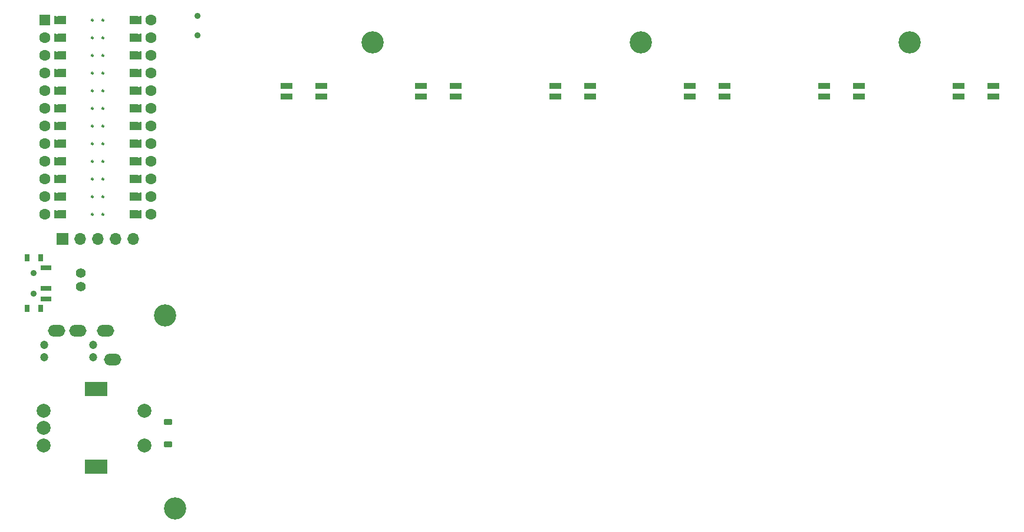
<source format=gts>
G04 #@! TF.GenerationSoftware,KiCad,Pcbnew,7.0.8*
G04 #@! TF.CreationDate,2023-10-17T17:27:17-07:00*
G04 #@! TF.ProjectId,Seismos_CoreR,53656973-6d6f-4735-9f43-6f7265522e6b,rev?*
G04 #@! TF.SameCoordinates,Original*
G04 #@! TF.FileFunction,Soldermask,Top*
G04 #@! TF.FilePolarity,Negative*
%FSLAX46Y46*%
G04 Gerber Fmt 4.6, Leading zero omitted, Abs format (unit mm)*
G04 Created by KiCad (PCBNEW 7.0.8) date 2023-10-17 17:27:17*
%MOMM*%
%LPD*%
G01*
G04 APERTURE LIST*
G04 Aperture macros list*
%AMRoundRect*
0 Rectangle with rounded corners*
0 $1 Rounding radius*
0 $2 $3 $4 $5 $6 $7 $8 $9 X,Y pos of 4 corners*
0 Add a 4 corners polygon primitive as box body*
4,1,4,$2,$3,$4,$5,$6,$7,$8,$9,$2,$3,0*
0 Add four circle primitives for the rounded corners*
1,1,$1+$1,$2,$3*
1,1,$1+$1,$4,$5*
1,1,$1+$1,$6,$7*
1,1,$1+$1,$8,$9*
0 Add four rect primitives between the rounded corners*
20,1,$1+$1,$2,$3,$4,$5,0*
20,1,$1+$1,$4,$5,$6,$7,0*
20,1,$1+$1,$6,$7,$8,$9,0*
20,1,$1+$1,$8,$9,$2,$3,0*%
%AMFreePoly0*
4,1,6,0.600000,0.200000,0.000000,-0.400000,-0.600000,0.200000,-0.600000,0.400000,0.600000,0.400000,0.600000,0.200000,0.600000,0.200000,$1*%
%AMFreePoly1*
4,1,6,0.600000,-0.250000,-0.600000,-0.250000,-0.600000,1.000000,0.000000,0.400000,0.600000,1.000000,0.600000,-0.250000,0.600000,-0.250000,$1*%
G04 Aperture macros list end*
%ADD10C,0.250000*%
%ADD11C,0.100000*%
%ADD12C,3.200000*%
%ADD13C,2.000000*%
%ADD14R,3.200000X2.000000*%
%ADD15C,1.200000*%
%ADD16O,2.500000X1.700000*%
%ADD17R,1.700000X1.700000*%
%ADD18O,1.700000X1.700000*%
%ADD19C,0.900000*%
%ADD20R,1.500000X0.700000*%
%ADD21R,0.800000X1.000000*%
%ADD22C,1.400000*%
%ADD23C,1.600000*%
%ADD24FreePoly0,270.000000*%
%ADD25FreePoly0,90.000000*%
%ADD26R,1.600000X1.600000*%
%ADD27FreePoly1,270.000000*%
%ADD28FreePoly1,90.000000*%
%ADD29RoundRect,0.225000X-0.375000X0.225000X-0.375000X-0.225000X0.375000X-0.225000X0.375000X0.225000X0*%
%ADD30R,1.803400X0.812800*%
G04 APERTURE END LIST*
D10*
X42237000Y-22286000D02*
G75*
G03*
X42237000Y-22286000I-125000J0D01*
G01*
X40713000Y-22286000D02*
G75*
G03*
X40713000Y-22286000I-125000J0D01*
G01*
X42237000Y-24826000D02*
G75*
G03*
X42237000Y-24826000I-125000J0D01*
G01*
X40713000Y-24826000D02*
G75*
G03*
X40713000Y-24826000I-125000J0D01*
G01*
X42237000Y-27366000D02*
G75*
G03*
X42237000Y-27366000I-125000J0D01*
G01*
X40713000Y-27366000D02*
G75*
G03*
X40713000Y-27366000I-125000J0D01*
G01*
X42237000Y-29906000D02*
G75*
G03*
X42237000Y-29906000I-125000J0D01*
G01*
X40713000Y-29906000D02*
G75*
G03*
X40713000Y-29906000I-125000J0D01*
G01*
X42237000Y-32446000D02*
G75*
G03*
X42237000Y-32446000I-125000J0D01*
G01*
X40713000Y-32446000D02*
G75*
G03*
X40713000Y-32446000I-125000J0D01*
G01*
X42237000Y-34986000D02*
G75*
G03*
X42237000Y-34986000I-125000J0D01*
G01*
X40713000Y-34986000D02*
G75*
G03*
X40713000Y-34986000I-125000J0D01*
G01*
X42237000Y-37526000D02*
G75*
G03*
X42237000Y-37526000I-125000J0D01*
G01*
X40713000Y-37526000D02*
G75*
G03*
X40713000Y-37526000I-125000J0D01*
G01*
X42237000Y-40066000D02*
G75*
G03*
X42237000Y-40066000I-125000J0D01*
G01*
X40713000Y-40066000D02*
G75*
G03*
X40713000Y-40066000I-125000J0D01*
G01*
X42237000Y-42606000D02*
G75*
G03*
X42237000Y-42606000I-125000J0D01*
G01*
X40713000Y-42606000D02*
G75*
G03*
X40713000Y-42606000I-125000J0D01*
G01*
X42237000Y-45146000D02*
G75*
G03*
X42237000Y-45146000I-125000J0D01*
G01*
X40713000Y-45146000D02*
G75*
G03*
X40713000Y-45146000I-125000J0D01*
G01*
X42237000Y-47686000D02*
G75*
G03*
X42237000Y-47686000I-125000J0D01*
G01*
X40713000Y-47686000D02*
G75*
G03*
X40713000Y-47686000I-125000J0D01*
G01*
X42237000Y-50226000D02*
G75*
G03*
X42237000Y-50226000I-125000J0D01*
G01*
X40713000Y-50226000D02*
G75*
G03*
X40713000Y-50226000I-125000J0D01*
G01*
D11*
X36270000Y-22794000D02*
X35254000Y-22794000D01*
X35254000Y-21778000D01*
X36270000Y-21778000D01*
X36270000Y-22794000D01*
G36*
X36270000Y-22794000D02*
G01*
X35254000Y-22794000D01*
X35254000Y-21778000D01*
X36270000Y-21778000D01*
X36270000Y-22794000D01*
G37*
X47446000Y-22794000D02*
X46430000Y-22794000D01*
X46430000Y-21778000D01*
X47446000Y-21778000D01*
X47446000Y-22794000D01*
G36*
X47446000Y-22794000D02*
G01*
X46430000Y-22794000D01*
X46430000Y-21778000D01*
X47446000Y-21778000D01*
X47446000Y-22794000D01*
G37*
X36270000Y-25334000D02*
X35254000Y-25334000D01*
X35254000Y-24318000D01*
X36270000Y-24318000D01*
X36270000Y-25334000D01*
G36*
X36270000Y-25334000D02*
G01*
X35254000Y-25334000D01*
X35254000Y-24318000D01*
X36270000Y-24318000D01*
X36270000Y-25334000D01*
G37*
X47446000Y-25334000D02*
X46430000Y-25334000D01*
X46430000Y-24318000D01*
X47446000Y-24318000D01*
X47446000Y-25334000D01*
G36*
X47446000Y-25334000D02*
G01*
X46430000Y-25334000D01*
X46430000Y-24318000D01*
X47446000Y-24318000D01*
X47446000Y-25334000D01*
G37*
X36270000Y-27874000D02*
X35254000Y-27874000D01*
X35254000Y-26858000D01*
X36270000Y-26858000D01*
X36270000Y-27874000D01*
G36*
X36270000Y-27874000D02*
G01*
X35254000Y-27874000D01*
X35254000Y-26858000D01*
X36270000Y-26858000D01*
X36270000Y-27874000D01*
G37*
X47446000Y-27874000D02*
X46430000Y-27874000D01*
X46430000Y-26858000D01*
X47446000Y-26858000D01*
X47446000Y-27874000D01*
G36*
X47446000Y-27874000D02*
G01*
X46430000Y-27874000D01*
X46430000Y-26858000D01*
X47446000Y-26858000D01*
X47446000Y-27874000D01*
G37*
X36270000Y-30414000D02*
X35254000Y-30414000D01*
X35254000Y-29398000D01*
X36270000Y-29398000D01*
X36270000Y-30414000D01*
G36*
X36270000Y-30414000D02*
G01*
X35254000Y-30414000D01*
X35254000Y-29398000D01*
X36270000Y-29398000D01*
X36270000Y-30414000D01*
G37*
X47446000Y-30414000D02*
X46430000Y-30414000D01*
X46430000Y-29398000D01*
X47446000Y-29398000D01*
X47446000Y-30414000D01*
G36*
X47446000Y-30414000D02*
G01*
X46430000Y-30414000D01*
X46430000Y-29398000D01*
X47446000Y-29398000D01*
X47446000Y-30414000D01*
G37*
X36270000Y-32954000D02*
X35254000Y-32954000D01*
X35254000Y-31938000D01*
X36270000Y-31938000D01*
X36270000Y-32954000D01*
G36*
X36270000Y-32954000D02*
G01*
X35254000Y-32954000D01*
X35254000Y-31938000D01*
X36270000Y-31938000D01*
X36270000Y-32954000D01*
G37*
X47446000Y-32954000D02*
X46430000Y-32954000D01*
X46430000Y-31938000D01*
X47446000Y-31938000D01*
X47446000Y-32954000D01*
G36*
X47446000Y-32954000D02*
G01*
X46430000Y-32954000D01*
X46430000Y-31938000D01*
X47446000Y-31938000D01*
X47446000Y-32954000D01*
G37*
X36270000Y-35494000D02*
X35254000Y-35494000D01*
X35254000Y-34478000D01*
X36270000Y-34478000D01*
X36270000Y-35494000D01*
G36*
X36270000Y-35494000D02*
G01*
X35254000Y-35494000D01*
X35254000Y-34478000D01*
X36270000Y-34478000D01*
X36270000Y-35494000D01*
G37*
X47446000Y-35494000D02*
X46430000Y-35494000D01*
X46430000Y-34478000D01*
X47446000Y-34478000D01*
X47446000Y-35494000D01*
G36*
X47446000Y-35494000D02*
G01*
X46430000Y-35494000D01*
X46430000Y-34478000D01*
X47446000Y-34478000D01*
X47446000Y-35494000D01*
G37*
X36270000Y-38034000D02*
X35254000Y-38034000D01*
X35254000Y-37018000D01*
X36270000Y-37018000D01*
X36270000Y-38034000D01*
G36*
X36270000Y-38034000D02*
G01*
X35254000Y-38034000D01*
X35254000Y-37018000D01*
X36270000Y-37018000D01*
X36270000Y-38034000D01*
G37*
X47446000Y-38034000D02*
X46430000Y-38034000D01*
X46430000Y-37018000D01*
X47446000Y-37018000D01*
X47446000Y-38034000D01*
G36*
X47446000Y-38034000D02*
G01*
X46430000Y-38034000D01*
X46430000Y-37018000D01*
X47446000Y-37018000D01*
X47446000Y-38034000D01*
G37*
X36270000Y-40574000D02*
X35254000Y-40574000D01*
X35254000Y-39558000D01*
X36270000Y-39558000D01*
X36270000Y-40574000D01*
G36*
X36270000Y-40574000D02*
G01*
X35254000Y-40574000D01*
X35254000Y-39558000D01*
X36270000Y-39558000D01*
X36270000Y-40574000D01*
G37*
X47446000Y-40574000D02*
X46430000Y-40574000D01*
X46430000Y-39558000D01*
X47446000Y-39558000D01*
X47446000Y-40574000D01*
G36*
X47446000Y-40574000D02*
G01*
X46430000Y-40574000D01*
X46430000Y-39558000D01*
X47446000Y-39558000D01*
X47446000Y-40574000D01*
G37*
X36270000Y-43114000D02*
X35254000Y-43114000D01*
X35254000Y-42098000D01*
X36270000Y-42098000D01*
X36270000Y-43114000D01*
G36*
X36270000Y-43114000D02*
G01*
X35254000Y-43114000D01*
X35254000Y-42098000D01*
X36270000Y-42098000D01*
X36270000Y-43114000D01*
G37*
X47446000Y-43114000D02*
X46430000Y-43114000D01*
X46430000Y-42098000D01*
X47446000Y-42098000D01*
X47446000Y-43114000D01*
G36*
X47446000Y-43114000D02*
G01*
X46430000Y-43114000D01*
X46430000Y-42098000D01*
X47446000Y-42098000D01*
X47446000Y-43114000D01*
G37*
X36270000Y-45654000D02*
X35254000Y-45654000D01*
X35254000Y-44638000D01*
X36270000Y-44638000D01*
X36270000Y-45654000D01*
G36*
X36270000Y-45654000D02*
G01*
X35254000Y-45654000D01*
X35254000Y-44638000D01*
X36270000Y-44638000D01*
X36270000Y-45654000D01*
G37*
X47446000Y-45654000D02*
X46430000Y-45654000D01*
X46430000Y-44638000D01*
X47446000Y-44638000D01*
X47446000Y-45654000D01*
G36*
X47446000Y-45654000D02*
G01*
X46430000Y-45654000D01*
X46430000Y-44638000D01*
X47446000Y-44638000D01*
X47446000Y-45654000D01*
G37*
X36270000Y-48194000D02*
X35254000Y-48194000D01*
X35254000Y-47178000D01*
X36270000Y-47178000D01*
X36270000Y-48194000D01*
G36*
X36270000Y-48194000D02*
G01*
X35254000Y-48194000D01*
X35254000Y-47178000D01*
X36270000Y-47178000D01*
X36270000Y-48194000D01*
G37*
X47446000Y-48194000D02*
X46430000Y-48194000D01*
X46430000Y-47178000D01*
X47446000Y-47178000D01*
X47446000Y-48194000D01*
G36*
X47446000Y-48194000D02*
G01*
X46430000Y-48194000D01*
X46430000Y-47178000D01*
X47446000Y-47178000D01*
X47446000Y-48194000D01*
G37*
X36270000Y-50734000D02*
X35254000Y-50734000D01*
X35254000Y-49718000D01*
X36270000Y-49718000D01*
X36270000Y-50734000D01*
G36*
X36270000Y-50734000D02*
G01*
X35254000Y-50734000D01*
X35254000Y-49718000D01*
X36270000Y-49718000D01*
X36270000Y-50734000D01*
G37*
X47446000Y-50734000D02*
X46430000Y-50734000D01*
X46430000Y-49718000D01*
X47446000Y-49718000D01*
X47446000Y-50734000D01*
G36*
X47446000Y-50734000D02*
G01*
X46430000Y-50734000D01*
X46430000Y-49718000D01*
X47446000Y-49718000D01*
X47446000Y-50734000D01*
G37*
D12*
X51000000Y-64750000D03*
D13*
X33610000Y-78460000D03*
X33610000Y-83460000D03*
X33610000Y-80960000D03*
D14*
X41110000Y-75360000D03*
X41110000Y-86560000D03*
D13*
X48110000Y-83460000D03*
X48110000Y-78460000D03*
D15*
X33670000Y-70775000D03*
X40670000Y-70775000D03*
X33670000Y-69025000D03*
X40670000Y-69025000D03*
D16*
X42470000Y-66925000D03*
X38470000Y-66925000D03*
X35470000Y-66925000D03*
X43470000Y-71125000D03*
D17*
X36284000Y-53766000D03*
D18*
X38824000Y-53766000D03*
X41364000Y-53766000D03*
X43904000Y-53766000D03*
X46444000Y-53766000D03*
D19*
X32200000Y-58632000D03*
X32200000Y-61632000D03*
D20*
X33950000Y-60882000D03*
D21*
X33165000Y-56482000D03*
X31235000Y-56482000D03*
X33165000Y-63782000D03*
X31235000Y-63782000D03*
D20*
X33950000Y-62382000D03*
X33950000Y-57882000D03*
D22*
X38949500Y-60632000D03*
X38949500Y-58632000D03*
D12*
X80800000Y-25500000D03*
D23*
X48970000Y-22286000D03*
D24*
X47192000Y-22286000D03*
D25*
X35508000Y-22286000D03*
D23*
X33730000Y-22286000D03*
D26*
X33730000Y-22286000D03*
D23*
X48970000Y-24826000D03*
D24*
X47192000Y-24826000D03*
D25*
X35508000Y-24826000D03*
D23*
X33730000Y-24826000D03*
X48970000Y-27366000D03*
D24*
X47192000Y-27366000D03*
D25*
X35508000Y-27366000D03*
D23*
X33730000Y-27366000D03*
X48970000Y-29906000D03*
D24*
X47192000Y-29906000D03*
D25*
X35508000Y-29906000D03*
D23*
X33730000Y-29906000D03*
X48970000Y-32446000D03*
D24*
X47192000Y-32446000D03*
D25*
X35508000Y-32446000D03*
D23*
X33730000Y-32446000D03*
X48970000Y-34986000D03*
D24*
X47192000Y-34986000D03*
D25*
X35508000Y-34986000D03*
D23*
X33730000Y-34986000D03*
X48970000Y-37526000D03*
D24*
X47192000Y-37526000D03*
D25*
X35508000Y-37526000D03*
D23*
X33730000Y-37526000D03*
X48970000Y-40066000D03*
D24*
X47192000Y-40066000D03*
D25*
X35508000Y-40066000D03*
D23*
X33730000Y-40066000D03*
X48970000Y-42606000D03*
D24*
X47192000Y-42606000D03*
D25*
X35508000Y-42606000D03*
D23*
X33730000Y-42606000D03*
X48970000Y-45146000D03*
D24*
X47192000Y-45146000D03*
D25*
X35508000Y-45146000D03*
D23*
X33730000Y-45146000D03*
X48970000Y-47686000D03*
D24*
X47192000Y-47686000D03*
D25*
X35508000Y-47686000D03*
D23*
X33730000Y-47686000D03*
X48970000Y-50226000D03*
D24*
X47192000Y-50226000D03*
D25*
X35508000Y-50226000D03*
D23*
X33730000Y-50226000D03*
D27*
X46176000Y-22286000D03*
X46176000Y-24826000D03*
X46176000Y-27366000D03*
X46176000Y-29906000D03*
X46176000Y-32446000D03*
X46176000Y-34986000D03*
X46176000Y-37526000D03*
X46176000Y-40066000D03*
X46176000Y-42606000D03*
X46176000Y-45146000D03*
X46176000Y-47686000D03*
X46176000Y-50226000D03*
D28*
X36524000Y-50226000D03*
X36524000Y-47686000D03*
X36524000Y-45146000D03*
X36524000Y-42606000D03*
X36524000Y-40066000D03*
X36524000Y-37526000D03*
X36524000Y-34986000D03*
X36524000Y-32446000D03*
X36524000Y-29906000D03*
X36524000Y-27366000D03*
X36524000Y-24826000D03*
X36524000Y-22286000D03*
D12*
X158000000Y-25500000D03*
X52500000Y-92500000D03*
X119400000Y-25500000D03*
D29*
X51500000Y-80050000D03*
X51500000Y-83350000D03*
D30*
X73501900Y-33249300D03*
X73501900Y-31750700D03*
X68498100Y-31750700D03*
X68498100Y-33249300D03*
X170001900Y-33249300D03*
X170001900Y-31750700D03*
X164998100Y-31750700D03*
X164998100Y-33249300D03*
X131401900Y-33249300D03*
X131401900Y-31750700D03*
X126398100Y-31750700D03*
X126398100Y-33249300D03*
X112101900Y-33249300D03*
X112101900Y-31750700D03*
X107098100Y-31750700D03*
X107098100Y-33249300D03*
D19*
X55712500Y-24449500D03*
X55712500Y-21649500D03*
D30*
X150701900Y-33249300D03*
X150701900Y-31750700D03*
X145698100Y-31750700D03*
X145698100Y-33249300D03*
X92801900Y-33249300D03*
X92801900Y-31750700D03*
X87798100Y-31750700D03*
X87798100Y-33249300D03*
M02*

</source>
